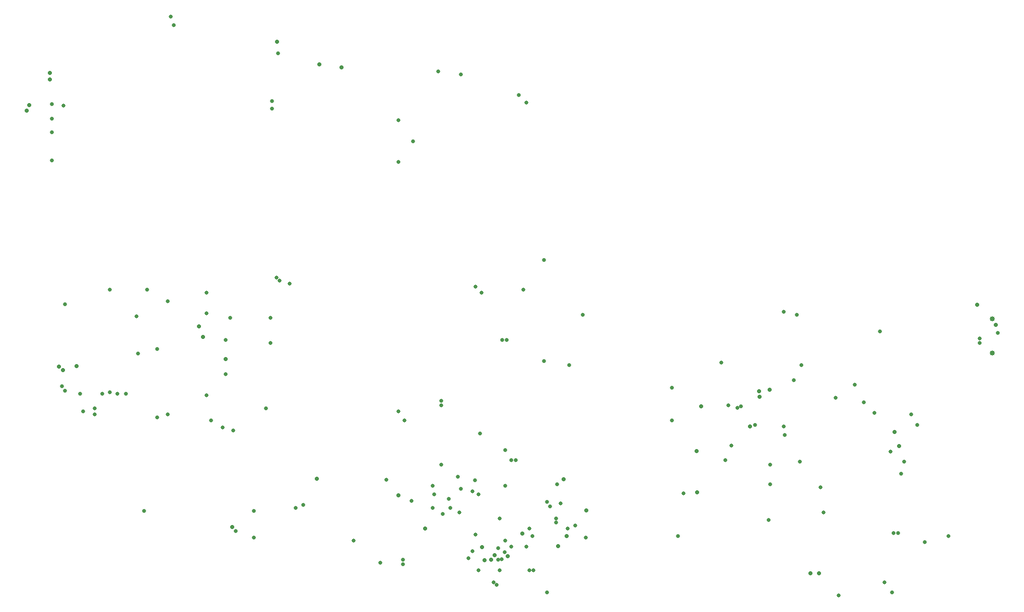
<source format=gbr>
G04 EAGLE Gerber RS-274X export*
G75*
%MOMM*%
%FSLAX34Y34*%
%LPD*%
%INSoldermask Bottom*%
%IPPOS*%
%AMOC8*
5,1,8,0,0,1.08239X$1,22.5*%
G01*
G04 Define Apertures*
%ADD10C,0.853200*%
%ADD11C,0.705600*%
%ADD12C,0.655600*%
D10*
X1543778Y470700D03*
X1543778Y528500D03*
D11*
X-80000Y879000D03*
X-41000Y931000D03*
X-19000Y442000D03*
X1169200Y409300D03*
X1151000Y406000D03*
X1379000Y338000D03*
X1518000Y552000D03*
X4000Y449000D03*
X814000Y146000D03*
X1054000Y381164D03*
X545000Y231000D03*
X686000Y144000D03*
X449250Y951225D03*
X1046000Y306000D03*
X341000Y995000D03*
X412627Y956373D03*
X1252000Y100000D03*
X209975Y515500D03*
X689750Y122000D03*
X407775Y259250D03*
X254725Y460750D03*
X861000Y206000D03*
X216518Y497500D03*
X1136500Y347500D03*
X823000Y258000D03*
X701000Y123000D03*
X729333Y128333D03*
X707084Y130000D03*
X266000Y178000D03*
X827700Y162300D03*
X590000Y175000D03*
X1047623Y236377D03*
X1387000Y314000D03*
X1549000Y518000D03*
D12*
X617500Y390000D03*
X1522500Y487500D03*
X602500Y210000D03*
X1552500Y505000D03*
X632500Y210000D03*
X817500Y217500D03*
X795000Y220000D03*
X1395000Y287500D03*
X1220000Y287500D03*
X1024779Y234779D03*
X1417500Y350000D03*
X1372500Y305000D03*
X1345000Y370000D03*
X140000Y362500D03*
X1407500Y367500D03*
X1522500Y495000D03*
X1327500Y387500D03*
X157500Y367500D03*
X605000Y232500D03*
X385000Y215000D03*
X330000Y530000D03*
X262500Y530000D03*
X-20000Y415000D03*
X1105000Y315000D03*
X1005000Y357500D03*
X685000Y572500D03*
X470000Y155000D03*
X570000Y827500D03*
X340000Y597500D03*
X35000Y377500D03*
X322500Y377500D03*
X-37500Y865000D03*
X1192500Y540000D03*
X718769Y123166D03*
X222500Y537500D03*
X-15000Y552500D03*
X167500Y1022500D03*
X-37500Y890000D03*
X-17500Y887500D03*
X760000Y892500D03*
X747500Y905000D03*
X715000Y105000D03*
X1015000Y162500D03*
X1312500Y417500D03*
X47500Y402500D03*
X330000Y487500D03*
X-37500Y842500D03*
X345000Y592500D03*
X515000Y117500D03*
X1115000Y378374D03*
X842500Y180000D03*
X15000Y372500D03*
X645000Y262500D03*
X1192500Y347500D03*
X1355000Y507500D03*
X1210000Y425000D03*
X1144294Y350000D03*
X1195000Y332500D03*
X1095000Y290000D03*
X760000Y145000D03*
X630000Y225000D03*
X680000Y232500D03*
X1377500Y167500D03*
X712975Y122330D03*
X650000Y242500D03*
X1170000Y250000D03*
X673500Y256500D03*
X567129Y222129D03*
X811762Y249914D03*
X1167500Y190000D03*
X810000Y192500D03*
X725000Y307500D03*
X742500Y290000D03*
X772500Y105000D03*
X552500Y115000D03*
X-37500Y795000D03*
X362500Y587500D03*
X765000Y105000D03*
X552500Y122500D03*
X271320Y171180D03*
X1170000Y282500D03*
X525000Y257500D03*
X545000Y372500D03*
X1120654Y380914D03*
X617500Y382500D03*
X1100000Y382500D03*
X712500Y142500D03*
X302500Y160000D03*
X830000Y175000D03*
X1087500Y455000D03*
X545000Y792500D03*
X107500Y470000D03*
X255000Y492500D03*
X735000Y290000D03*
X230000Y357500D03*
X555000Y357500D03*
X332500Y895000D03*
X612500Y945000D03*
X332500Y882500D03*
X650000Y940000D03*
X122500Y577500D03*
X755000Y577500D03*
X647500Y202500D03*
X302500Y205000D03*
X800000Y212500D03*
X140000Y477500D03*
X255000Y435000D03*
X1260000Y202500D03*
X372500Y210000D03*
X602500Y247500D03*
X267500Y340000D03*
X1430000Y152500D03*
X1362500Y85000D03*
X832500Y450000D03*
X790000Y457500D03*
X105000Y532500D03*
X1222500Y450000D03*
X1470000Y162500D03*
X1375000Y67500D03*
X670000Y237500D03*
X725000Y247500D03*
X250000Y345000D03*
X1255000Y245000D03*
X735000Y145000D03*
X725000Y155000D03*
X60000Y577500D03*
X675000Y582500D03*
X342500Y975000D03*
X162500Y1037500D03*
X-15000Y407500D03*
X60000Y405000D03*
X720000Y492500D03*
X1215000Y535000D03*
X855000Y535000D03*
X72500Y402500D03*
X727500Y492500D03*
X10000Y402500D03*
X117500Y205000D03*
X710000Y80000D03*
X35000Y367500D03*
X222500Y400000D03*
X87500Y402500D03*
X222500Y572500D03*
X157500Y557500D03*
X662500Y125000D03*
X724077Y135217D03*
X670000Y137500D03*
X770000Y162500D03*
X675000Y165000D03*
X765000Y175000D03*
X680000Y105000D03*
X860000Y160000D03*
X705000Y85000D03*
X1385000Y167500D03*
X715000Y192500D03*
X1390000Y267500D03*
X795000Y67500D03*
X1285000Y62500D03*
X545000Y862500D03*
X790000Y627500D03*
X1005000Y412500D03*
X1280000Y395000D03*
X617500Y282500D03*
X682500Y335000D03*
X620000Y200000D03*
X810000Y185000D03*
D11*
X-75456Y887834D03*
X-41000Y942374D03*
X-25747Y447747D03*
X1152270Y397166D03*
X753118Y166544D03*
X1238086Y100000D03*
M02*

</source>
